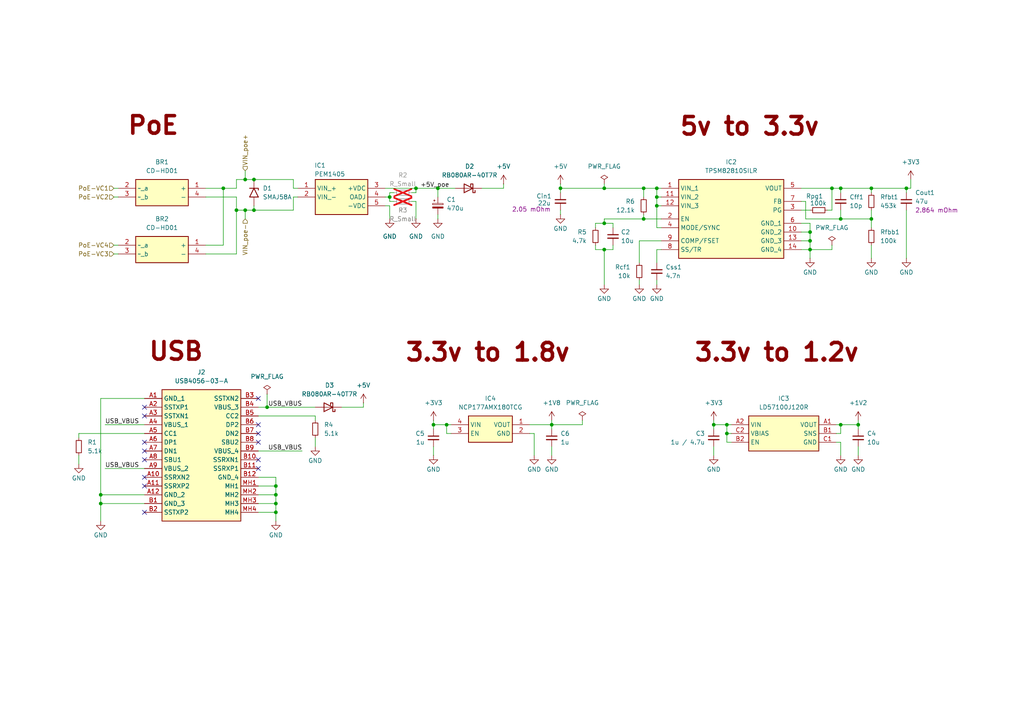
<source format=kicad_sch>
(kicad_sch (version 20231120) (generator "eeschema") (generator_version "8.0")
  (paper "A4")
  (lib_symbols
    (symbol "Device:C_Polarized_Small" (pin_numbers hide) (pin_names (offset 0.254) hide)
      (property "Reference" "C" (at 0.254 1.778 0))
      (property "Value" "C_Polarized_Small" (at 0.254 -2.032 0))
      (symbol "C_Polarized_Small_0_1"
        (rectangle (start -1.524 -0.3048) (end 1.524 -0.6858) (fill (type outline)))
        (rectangle (start -1.524 0.6858) (end 1.524 0.3048))
        (polyline (pts (xy -1.27 1.524) (xy -0.762 1.524)))
        (polyline (pts (xy -1.016 1.27) (xy -1.016 1.778)))
      )
      (symbol "C_Polarized_Small_1_1"
        (pin passive line (at 0 2.54 270) (length 1.8542) (name "~") (number "1"))
        (pin passive line (at 0 -2.54 90) (length 1.8542) (name "~") (number "2"))
      )
    )
    (symbol "Device:C_Small" (pin_numbers hide) (pin_names (offset 0.254) hide)
      (property "Reference" "C" (at 0.254 1.778 0))
      (property "Value" "C_Small" (at 0.254 -2.032 0))
      (symbol "C_Small_0_1"
        (polyline (pts (xy -1.524 -0.508) (xy 1.524 -0.508)) (stroke (width 0.3302)))
        (polyline (pts (xy -1.524 0.508) (xy 1.524 0.508)) (stroke (width 0.3048)))
      )
      (symbol "C_Small_1_1"
        (pin passive line (at 0 2.54 270) (length 2.032) (name "~") (number "1"))
        (pin passive line (at 0 -2.54 90) (length 2.032) (name "~") (number "2"))
      )
    )
    (symbol "Device:D_Schottky" (pin_numbers hide) (pin_names (offset 1.016) hide)
      (property "Reference" "D" (at 0 2.54 0))
      (property "Value" "D_Schottky" (at 0 -2.54 0))
      (symbol "D_Schottky_0_1"
        (polyline (pts (xy 1.27 0) (xy -1.27 0)))
        (polyline (pts (xy 1.27 1.27) (xy 1.27 -1.27) (xy -1.27 0) (xy 1.27 1.27)) (stroke (width 0.254)))
        (polyline (pts (xy -1.905 0.635) (xy -1.905 1.27) (xy -1.27 1.27) (xy -1.27 -1.27) (xy -0.635 -1.27) (xy -0.635 -0.635)) (stroke (width 0.254)))
      )
      (symbol "D_Schottky_1_1"
        (pin passive line (at -3.81 0 0) (length 2.54) (name "K") (number "1"))
        (pin passive line (at 3.81 0 180) (length 2.54) (name "A") (number "2"))
      )
    )
    (symbol "Device:R_Small" (pin_numbers hide) (pin_names (offset 0.254) hide)
      (property "Reference" "R" (at 0.762 0.508 0))
      (property "Value" "R_Small" (at 0.762 -1.016 0))
      (symbol "R_Small_0_1"
        (rectangle (start -0.762 1.778) (end 0.762 -1.778) (stroke (width 0.2032)))
      )
      (symbol "R_Small_1_1"
        (pin passive line (at 0 2.54 270) (length 0.762) (name "~") (number "1"))
        (pin passive line (at 0 -2.54 90) (length 0.762) (name "~") (number "2"))
      )
    )
    (symbol "Diode:SMAJ58A" (pin_numbers hide) (pin_names (offset 1.016) hide)
      (property "Reference" "D" (at 0 2.54 0))
      (property "Value" "SMAJ58A" (at 0 -2.54 0))
      (symbol "SMAJ58A_0_1"
        (polyline (pts (xy -0.762 1.27) (xy -1.27 1.27) (xy -1.27 -1.27)) (stroke (width 0.254)))
        (polyline (pts (xy 1.27 1.27) (xy 1.27 -1.27) (xy -1.27 0) (xy 1.27 1.27)) (stroke (width 0.254)))
      )
      (symbol "SMAJ58A_1_1"
        (pin passive line (at -3.81 0 0) (length 2.54) (name "A1") (number "1"))
        (pin passive line (at 3.81 0 180) (length 2.54) (name "A2") (number "2"))
      )
    )
    (symbol "extras:CD-HD01"
      (property "Reference" "BR" (at 5.08 7.112 0))
      (property "Value" "CD-HD01" (at 5.08 4.572 0))
      (symbol "CD-HD01_1_1"
        (rectangle (start 5.08 2.54) (end 20.32 -5.08) (stroke (width 0.254)) (fill (type background)))
        (pin passive line (at 25.4 -2.54 180) (length 5.08) (name "+") (number "1"))
        (pin passive line (at 0 -2.54 0) (length 5.08) (name "~_a") (number "2"))
        (pin passive line (at 0 0 0) (length 5.08) (name "~_b") (number "3"))
        (pin passive line (at 25.4 0 180) (length 5.08) (name "-") (number "4"))
      )
    )
    (symbol "extras:LD57100J120R"
      (property "Reference" "IC" (at 5.08 7.112 0))
      (property "Value" "LD57100J120R" (at 5.08 4.572 0))
      (symbol "LD57100J120R_1_1"
        (rectangle (start 5.08 2.54) (end 25.4 -7.62) (stroke (width 0.254)) (fill (type background)))
        (pin power_out line (at 30.48 0 180) (length 5.08) (name "VOUT") (number "A1"))
        (pin power_in line (at 0 0 0) (length 5.08) (name "VIN") (number "A2"))
        (pin passive line (at 30.48 -2.54 180) (length 5.08) (name "SNS") (number "B1"))
        (pin passive line (at 0 -5.08 0) (length 5.08) (name "EN") (number "B2"))
        (pin power_in line (at 30.48 -5.08 180) (length 5.08) (name "GND") (number "C1"))
        (pin power_in line (at 0 -2.54 0) (length 5.08) (name "VBIAS") (number "C2"))
      )
    )
    (symbol "extras:NCP177AMX180TCG"
      (property "Reference" "IC" (at 5.08 7.62 0))
      (property "Value" "NCP177AMX180TCG" (at 5.08 5.08 0))
      (symbol "NCP177AMX180TCG_1_1"
        (rectangle (start 5.08 2.54) (end 17.78 -5.08) (stroke (width 0.254)) (fill (type background)))
        (pin passive line (at 22.86 0 180) (length 5.08) (name "VOUT") (number "1"))
        (pin passive line (at 22.86 -2.54 180) (length 5.08) (name "GND") (number "2"))
        (pin passive line (at 0 -2.54 0) (length 5.08) (name "EN") (number "3"))
        (pin passive line (at 0 0 0) (length 5.08) (name "VIN") (number "4"))
        (pin passive line (at 22.86 -2.54 180) (length 5.08) hide (name "GND") (number "5"))
      )
    )
    (symbol "extras:PEM1405"
      (property "Reference" "IC" (at 4.826 7.366 0))
      (property "Value" "PEM1405" (at 4.826 4.826 0))
      (symbol "PEM1405_1_1"
        (rectangle (start 5.08 2.54) (end 20.32 -7.62) (stroke (width 0.254)) (fill (type background)))
        (pin passive line (at 0 0 0) (length 5.08) (name "VIN_+") (number "1"))
        (pin passive line (at 0 -2.54 0) (length 5.08) (name "VIN_-") (number "2"))
        (pin passive line (at 25.4 0 180) (length 5.08) (name "+VDC") (number "3"))
        (pin passive line (at 25.4 -2.54 180) (length 5.08) (name "OADJ") (number "4"))
        (pin passive line (at 25.4 -5.08 180) (length 5.08) (name "-VDC") (number "5"))
      )
    )
    (symbol "extras:TPSM82810SILR"
      (property "Reference" "IC" (at 4.826 7.112 0))
      (property "Value" "TPSM82810SILR" (at 4.826 4.572 0))
      (symbol "TPSM82810SILR_1_1"
        (rectangle (start 5.08 2.54) (end 35.56 -20.32) (stroke (width 0.254)) (fill (type background)))
        (pin power_in line (at 0 0 0) (length 5.08) (name "VIN_1") (number "1"))
        (pin power_in line (at 40.64 -12.7 180) (length 5.08) (name "GND_2") (number "10"))
        (pin power_in line (at 0 -2.54 0) (length 5.08) (name "VIN_2") (number "11"))
        (pin power_in line (at 0 -5.08 0) (length 5.08) (name "VIN_3") (number "12"))
        (pin power_in line (at 40.64 -15.24 180) (length 5.08) (name "GND_3") (number "13"))
        (pin power_in line (at 40.64 -17.78 180) (length 5.08) (name "GND_4") (number "14"))
        (pin input line (at 0 -8.89 0) (length 5.08) (name "EN") (number "2"))
        (pin passive line (at 40.64 -6.35 180) (length 5.08) (name "PG") (number "3"))
        (pin input line (at 0 -11.43 0) (length 5.08) (name "MODE/SYNC") (number "4"))
        (pin power_out line (at 40.64 0 180) (length 5.08) (name "VOUT") (number "5"))
        (pin power_in line (at 40.64 -10.16 180) (length 5.08) (name "GND_1") (number "6"))
        (pin passive line (at 40.64 -3.81 180) (length 5.08) (name "FB") (number "7"))
        (pin passive line (at 0 -17.78 0) (length 5.08) (name "SS/TR") (number "8"))
        (pin passive line (at 0 -15.24 0) (length 5.08) (name "COMP/FSET") (number "9"))
      )
    )
    (symbol "extras:USB4056-03-A"
      (property "Reference" "J" (at 4.826 7.112 0))
      (property "Value" "USB4056-03-A" (at 4.826 4.572 0))
      (symbol "USB4056-03-A_1_1"
        (rectangle (start 5.08 2.54) (end 27.94 -35.56) (stroke (width 0.254)) (fill (type background)))
        (pin power_in line (at 0 0 0) (length 5.08) (name "GND_1") (number "A1"))
        (pin passive line (at 0 -22.86 0) (length 5.08) (name "SSRXN2") (number "A10"))
        (pin passive line (at 0 -25.4 0) (length 5.08) (name "SSRXP2") (number "A11"))
        (pin power_in line (at 0 -27.94 0) (length 5.08) (name "GND_2") (number "A12"))
        (pin passive line (at 0 -2.54 0) (length 5.08) (name "SSTXP1") (number "A2"))
        (pin passive line (at 0 -5.08 0) (length 5.08) (name "SSTXN1") (number "A3"))
        (pin power_in line (at 0 -7.62 0) (length 5.08) (name "VBUS_1") (number "A4"))
        (pin passive line (at 0 -10.16 0) (length 5.08) (name "CC1") (number "A5"))
        (pin passive line (at 0 -12.7 0) (length 5.08) (name "DP1") (number "A6"))
        (pin passive line (at 0 -15.24 0) (length 5.08) (name "DN1") (number "A7"))
        (pin passive line (at 0 -17.78 0) (length 5.08) (name "SBU1") (number "A8"))
        (pin passive line (at 0 -20.32 0) (length 5.08) (name "VBUS_2") (number "A9"))
        (pin power_in line (at 0 -30.48 0) (length 5.08) (name "GND_3") (number "B1"))
        (pin passive line (at 33.02 -17.78 180) (length 5.08) (name "SSRXN1") (number "B10"))
        (pin passive line (at 33.02 -20.32 180) (length 5.08) (name "SSRXP1") (number "B11"))
        (pin power_in line (at 33.02 -22.86 180) (length 5.08) (name "GND_4") (number "B12"))
        (pin passive line (at 0 -33.02 0) (length 5.08) (name "SSTXP2") (number "B2"))
        (pin passive line (at 33.02 0 180) (length 5.08) (name "SSTXN2") (number "B3"))
        (pin power_in line (at 33.02 -2.54 180) (length 5.08) (name "VBUS_3") (number "B4"))
        (pin passive line (at 33.02 -5.08 180) (length 5.08) (name "CC2") (number "B5"))
        (pin passive line (at 33.02 -7.62 180) (length 5.08) (name "DP2") (number "B6"))
        (pin passive line (at 33.02 -10.16 180) (length 5.08) (name "DN2") (number "B7"))
        (pin passive line (at 33.02 -12.7 180) (length 5.08) (name "SBU2") (number "B8"))
        (pin power_in line (at 33.02 -15.24 180) (length 5.08) (name "VBUS_4") (number "B9"))
        (pin passive line (at 33.02 -25.4 180) (length 5.08) (name "MH1") (number "MH1"))
        (pin passive line (at 33.02 -27.94 180) (length 5.08) (name "MH2") (number "MH2"))
        (pin passive line (at 33.02 -30.48 180) (length 5.08) (name "MH3") (number "MH3"))
        (pin passive line (at 33.02 -33.02 180) (length 5.08) (name "MH4") (number "MH4"))
      )
    )
    (symbol "power:+1V2" (power) (pin_numbers hide) (pin_names (offset 0) hide)
      (property "Value" "+1V2" (at 0 3.556 0))
      (symbol "+1V2_0_1"
        (polyline (pts (xy -0.762 1.27) (xy 0 2.54)))
        (polyline (pts (xy 0 0) (xy 0 2.54)))
        (polyline (pts (xy 0 2.54) (xy 0.762 1.27)))
      )
      (symbol "+1V2_1_1"
        (pin power_in line (at 0 0 90) (length 0) (name "~") (number "1"))
      )
    )
    (symbol "power:+1V8" (power) (pin_numbers hide) (pin_names (offset 0) hide)
      (property "Value" "+1V8" (at 0 3.556 0))
      (symbol "+1V8_0_1"
        (polyline (pts (xy -0.762 1.27) (xy 0 2.54)))
        (polyline (pts (xy 0 0) (xy 0 2.54)))
        (polyline (pts (xy 0 2.54) (xy 0.762 1.27)))
      )
      (symbol "+1V8_1_1"
        (pin power_in line (at 0 0 90) (length 0) (name "~") (number "1"))
      )
    )
    (symbol "power:+3.3V" (power) (pin_numbers hide) (pin_names (offset 0) hide)
      (property "Value" "+3.3V" (at 0 3.556 0))
      (symbol "+3.3V_0_1"
        (polyline (pts (xy -0.762 1.27) (xy 0 2.54)))
        (polyline (pts (xy 0 0) (xy 0 2.54)))
        (polyline (pts (xy 0 2.54) (xy 0.762 1.27)))
      )
      (symbol "+3.3V_1_1"
        (pin power_in line (at 0 0 90) (length 0) (name "~") (number "1"))
      )
    )
    (symbol "power:+3V3" (power) (pin_numbers hide) (pin_names (offset 0) hide)
      (property "Value" "+3V3" (at 0 3.556 0))
      (symbol "+3V3_0_1"
        (polyline (pts (xy -0.762 1.27) (xy 0 2.54)))
        (polyline (pts (xy 0 0) (xy 0 2.54)))
        (polyline (pts (xy 0 2.54) (xy 0.762 1.27)))
      )
      (symbol "+3V3_1_1"
        (pin power_in line (at 0 0 90) (length 0) (name "~") (number "1"))
      )
    )
    (symbol "power:+5V" (power) (pin_numbers hide) (pin_names (offset 0) hide)
      (property "Value" "+5V" (at 0 3.556 0))
      (symbol "+5V_0_1"
        (polyline (pts (xy -0.762 1.27) (xy 0 2.54)))
        (polyline (pts (xy 0 0) (xy 0 2.54)))
        (polyline (pts (xy 0 2.54) (xy 0.762 1.27)))
      )
      (symbol "+5V_1_1"
        (pin power_in line (at 0 0 90) (length 0) (name "~") (number "1"))
      )
    )
    (symbol "power:GND" (power) (pin_numbers hide) (pin_names (offset 0) hide)
      (property "Value" "GND" (at 0 -3.81 0))
      (symbol "GND_0_1"
        (polyline (pts (xy 0 0) (xy 0 -1.27) (xy 1.27 -1.27) (xy 0 -2.54) (xy -1.27 -1.27) (xy 0 -1.27)))
      )
      (symbol "GND_1_1"
        (pin power_in line (at 0 0 270) (length 0) (name "~") (number "1"))
      )
    )
    (symbol "power:PWR_FLAG" (power) (pin_numbers hide) (pin_names (offset 0) hide)
      (property "Value" "PWR_FLAG" (at 0 3.81 0))
      (symbol "PWR_FLAG_0_0"
        (pin power_out line (at 0 0 90) (length 0) (name "~") (number "1"))
      )
      (symbol "PWR_FLAG_0_1"
        (polyline (pts (xy 0 0) (xy 0 1.27) (xy -1.016 1.905) (xy 0 2.54) (xy 1.016 1.905) (xy 0 1.27)))
      )
    )
  )
  (junction (at 129.54 123.19))
  (junction (at 113.03 57.15))
  (junction (at 80.01 143.51))
  (junction (at 241.3 54.61))
  (junction (at 160.02 123.19))
  (junction (at 71.12 60.96))
  (junction (at 120.65 54.61))
  (junction (at 190.5 59.69))
  (junction (at 243.84 63.5))
  (junction (at 127 54.61))
  (junction (at 175.26 72.39))
  (junction (at 175.26 54.61))
  (junction (at 262.89 54.61))
  (junction (at 73.66 60.96))
  (junction (at 80.01 146.05))
  (junction (at 234.95 69.85))
  (junction (at 207.01 123.19))
  (junction (at 252.73 54.61))
  (junction (at 80.01 148.59))
  (junction (at 210.82 123.19))
  (junction (at 80.01 140.97))
  (junction (at 29.21 146.05))
  (junction (at 162.56 54.61))
  (junction (at 210.82 125.73))
  (junction (at 186.69 54.61))
  (junction (at 29.21 143.51))
  (junction (at 125.73 123.19))
  (junction (at 234.95 67.31))
  (junction (at 71.12 52.07))
  (junction (at 190.5 54.61))
  (junction (at 175.26 64.77))
  (junction (at 190.5 57.15))
  (junction (at 68.58 60.96))
  (junction (at 73.66 52.07))
  (junction (at 234.95 72.39))
  (junction (at 186.69 63.5))
  (junction (at 243.84 123.19))
  (junction (at 77.47 118.11))
  (junction (at 248.92 123.19))
  (junction (at 243.84 54.61))
  (junction (at 64.77 54.61))
  (junction (at 252.73 63.5))
  (no_connect (at 74.93 135.89))
  (no_connect (at 74.93 123.19))
  (no_connect (at 41.91 138.43))
  (no_connect (at 74.93 125.73))
  (no_connect (at 41.91 133.35))
  (no_connect (at 41.91 148.59))
  (no_connect (at 74.93 133.35))
  (no_connect (at 74.93 128.27))
  (no_connect (at 41.91 128.27))
  (no_connect (at 41.91 130.81))
  (no_connect (at 41.91 118.11))
  (no_connect (at 41.91 140.97))
  (no_connect (at 41.91 120.65))
  (no_connect (at 74.93 115.57))
  (wire (pts (xy 119.38 55.88) (xy 120.65 55.88)))
  (wire (pts (xy 59.69 57.15) (xy 68.58 57.15)))
  (wire (pts (xy 85.09 60.96) (xy 73.66 60.96)))
  (wire (pts (xy 243.84 125.73) (xy 243.84 123.19)))
  (wire (pts (xy 105.41 116.84) (xy 105.41 118.11)))
  (wire (pts (xy 232.41 60.96) (xy 234.95 60.96)))
  (wire (pts (xy 175.26 64.77) (xy 177.8 64.77)))
  (wire (pts (xy 22.86 125.73) (xy 22.86 127)))
  (wire (pts (xy 177.8 71.12) (xy 177.8 72.39)))
  (wire (pts (xy 74.93 148.59) (xy 80.01 148.59)))
  (wire (pts (xy 87.63 130.81) (xy 74.93 130.81)))
  (wire (pts (xy 74.93 143.51) (xy 80.01 143.51)))
  (wire (pts (xy 129.54 125.73) (xy 129.54 123.19)))
  (wire (pts (xy 33.02 73.66) (xy 34.29 73.66)))
  (wire (pts (xy 125.73 121.92) (xy 125.73 123.19)))
  (wire (pts (xy 30.48 135.89) (xy 41.91 135.89)))
  (wire (pts (xy 33.02 57.15) (xy 34.29 57.15)))
  (wire (pts (xy 175.26 54.61) (xy 186.69 54.61)))
  (wire (pts (xy 160.02 123.19) (xy 168.91 123.19)))
  (wire (pts (xy 129.54 123.19) (xy 130.81 123.19)))
  (wire (pts (xy 68.58 57.15) (xy 68.58 60.96)))
  (wire (pts (xy 68.58 60.96) (xy 71.12 60.96)))
  (wire (pts (xy 252.73 60.96) (xy 252.73 63.5)))
  (wire (pts (xy 252.73 54.61) (xy 252.73 55.88)))
  (wire (pts (xy 175.26 64.77) (xy 175.26 63.5)))
  (wire (pts (xy 160.02 121.92) (xy 160.02 123.19)))
  (wire (pts (xy 111.76 59.69) (xy 113.03 59.69)))
  (wire (pts (xy 252.73 71.12) (xy 252.73 74.93)))
  (wire (pts (xy 242.57 123.19) (xy 243.84 123.19)))
  (wire (pts (xy 191.77 59.69) (xy 190.5 59.69)))
  (wire (pts (xy 191.77 66.04) (xy 190.5 66.04)))
  (wire (pts (xy 120.65 58.42) (xy 120.65 63.5)))
  (wire (pts (xy 86.36 57.15) (xy 85.09 57.15)))
  (wire (pts (xy 207.01 121.92) (xy 207.01 123.19)))
  (wire (pts (xy 190.5 54.61) (xy 191.77 54.61)))
  (wire (pts (xy 212.09 128.27) (xy 210.82 128.27)))
  (wire (pts (xy 241.3 71.12) (xy 241.3 72.39)))
  (wire (pts (xy 99.06 118.11) (xy 105.41 118.11)))
  (wire (pts (xy 80.01 143.51) (xy 80.01 140.97)))
  (wire (pts (xy 232.41 67.31) (xy 234.95 67.31)))
  (wire (pts (xy 64.77 54.61) (xy 64.77 71.12)))
  (wire (pts (xy 113.03 55.88) (xy 114.3 55.88)))
  (wire (pts (xy 190.5 57.15) (xy 190.5 59.69)))
  (wire (pts (xy 129.54 125.73) (xy 130.81 125.73)))
  (wire (pts (xy 113.03 57.15) (xy 113.03 55.88)))
  (wire (pts (xy 80.01 138.43) (xy 74.93 138.43)))
  (wire (pts (xy 172.72 71.12) (xy 172.72 72.39)))
  (wire (pts (xy 73.66 52.07) (xy 85.09 52.07)))
  (wire (pts (xy 29.21 115.57) (xy 29.21 143.51)))
  (wire (pts (xy 185.42 81.28) (xy 185.42 82.55)))
  (wire (pts (xy 114.3 58.42) (xy 113.03 58.42)))
  (wire (pts (xy 248.92 121.92) (xy 248.92 123.19)))
  (wire (pts (xy 168.91 121.92) (xy 168.91 123.19)))
  (wire (pts (xy 125.73 123.19) (xy 125.73 124.46)))
  (wire (pts (xy 190.5 54.61) (xy 190.5 57.15)))
  (wire (pts (xy 241.3 54.61) (xy 232.41 54.61)))
  (wire (pts (xy 85.09 57.15) (xy 85.09 60.96)))
  (wire (pts (xy 41.91 115.57) (xy 29.21 115.57)))
  (wire (pts (xy 210.82 123.19) (xy 212.09 123.19)))
  (wire (pts (xy 146.05 53.34) (xy 146.05 54.61)))
  (wire (pts (xy 172.72 64.77) (xy 172.72 66.04)))
  (wire (pts (xy 243.84 123.19) (xy 248.92 123.19)))
  (wire (pts (xy 77.47 118.11) (xy 91.44 118.11)))
  (wire (pts (xy 120.65 54.61) (xy 120.65 55.88)))
  (wire (pts (xy 242.57 125.73) (xy 243.84 125.73)))
  (wire (pts (xy 41.91 143.51) (xy 29.21 143.51)))
  (wire (pts (xy 22.86 132.08) (xy 22.86 134.62)))
  (wire (pts (xy 243.84 60.96) (xy 243.84 63.5)))
  (wire (pts (xy 234.95 69.85) (xy 234.95 72.39)))
  (wire (pts (xy 59.69 71.12) (xy 64.77 71.12)))
  (wire (pts (xy 252.73 54.61) (xy 262.89 54.61)))
  (wire (pts (xy 73.66 59.69) (xy 73.66 60.96)))
  (wire (pts (xy 154.94 125.73) (xy 154.94 132.08)))
  (wire (pts (xy 175.26 63.5) (xy 186.69 63.5)))
  (wire (pts (xy 59.69 54.61) (xy 64.77 54.61)))
  (wire (pts (xy 234.95 72.39) (xy 234.95 74.93)))
  (wire (pts (xy 207.01 123.19) (xy 207.01 124.46)))
  (wire (pts (xy 160.02 124.46) (xy 160.02 123.19)))
  (wire (pts (xy 162.56 54.61) (xy 175.26 54.61)))
  (wire (pts (xy 252.73 63.5) (xy 252.73 66.04)))
  (wire (pts (xy 41.91 146.05) (xy 29.21 146.05)))
  (wire (pts (xy 241.3 72.39) (xy 234.95 72.39)))
  (wire (pts (xy 191.77 72.39) (xy 190.5 72.39)))
  (wire (pts (xy 190.5 59.69) (xy 190.5 66.04)))
  (wire (pts (xy 210.82 123.19) (xy 207.01 123.19)))
  (wire (pts (xy 85.09 54.61) (xy 86.36 54.61)))
  (wire (pts (xy 91.44 121.92) (xy 91.44 120.65)))
  (wire (pts (xy 71.12 60.96) (xy 71.12 63.5)))
  (wire (pts (xy 210.82 128.27) (xy 210.82 125.73)))
  (wire (pts (xy 33.02 71.12) (xy 34.29 71.12)))
  (wire (pts (xy 243.84 63.5) (xy 252.73 63.5)))
  (wire (pts (xy 71.12 60.96) (xy 73.66 60.96)))
  (wire (pts (xy 41.91 125.73) (xy 22.86 125.73)))
  (wire (pts (xy 80.01 146.05) (xy 80.01 143.51)))
  (wire (pts (xy 77.47 114.3) (xy 77.47 118.11)))
  (wire (pts (xy 29.21 146.05) (xy 29.21 151.13)))
  (wire (pts (xy 85.09 52.07) (xy 85.09 54.61)))
  (wire (pts (xy 190.5 54.61) (xy 186.69 54.61)))
  (wire (pts (xy 186.69 54.61) (xy 186.69 57.15)))
  (wire (pts (xy 80.01 151.13) (xy 80.01 148.59)))
  (wire (pts (xy 232.41 72.39) (xy 234.95 72.39)))
  (wire (pts (xy 207.01 129.54) (xy 207.01 132.08)))
  (wire (pts (xy 248.92 124.46) (xy 248.92 123.19)))
  (wire (pts (xy 162.56 53.34) (xy 162.56 54.61)))
  (wire (pts (xy 129.54 123.19) (xy 125.73 123.19)))
  (wire (pts (xy 210.82 125.73) (xy 210.82 123.19)))
  (wire (pts (xy 190.5 57.15) (xy 191.77 57.15)))
  (wire (pts (xy 153.67 123.19) (xy 160.02 123.19)))
  (wire (pts (xy 232.41 58.42) (xy 233.68 58.42)))
  (wire (pts (xy 264.16 52.07) (xy 264.16 54.61)))
  (wire (pts (xy 262.89 60.96) (xy 262.89 74.93)))
  (wire (pts (xy 74.93 140.97) (xy 80.01 140.97)))
  (wire (pts (xy 160.02 129.54) (xy 160.02 132.08)))
  (wire (pts (xy 162.56 60.96) (xy 162.56 62.23)))
  (wire (pts (xy 175.26 72.39) (xy 175.26 82.55)))
  (wire (pts (xy 139.7 54.61) (xy 146.05 54.61)))
  (wire (pts (xy 233.68 63.5) (xy 243.84 63.5)))
  (wire (pts (xy 127 62.23) (xy 127 63.5)))
  (wire (pts (xy 210.82 125.73) (xy 212.09 125.73)))
  (wire (pts (xy 175.26 53.34) (xy 175.26 54.61)))
  (wire (pts (xy 71.12 52.07) (xy 73.66 52.07)))
  (wire (pts (xy 175.26 72.39) (xy 172.72 72.39)))
  (wire (pts (xy 33.02 54.61) (xy 34.29 54.61)))
  (wire (pts (xy 29.21 143.51) (xy 29.21 146.05)))
  (wire (pts (xy 162.56 54.61) (xy 162.56 55.88)))
  (wire (pts (xy 59.69 73.66) (xy 68.58 73.66)))
  (wire (pts (xy 74.93 146.05) (xy 80.01 146.05)))
  (wire (pts (xy 119.38 58.42) (xy 120.65 58.42)))
  (wire (pts (xy 120.65 54.61) (xy 127 54.61)))
  (wire (pts (xy 30.48 123.19) (xy 41.91 123.19)))
  (wire (pts (xy 74.93 118.11) (xy 77.47 118.11)))
  (wire (pts (xy 91.44 127) (xy 91.44 129.54)))
  (wire (pts (xy 232.41 64.77) (xy 234.95 64.77)))
  (wire (pts (xy 240.03 60.96) (xy 241.3 60.96)))
  (wire (pts (xy 177.8 66.04) (xy 177.8 64.77)))
  (wire (pts (xy 74.93 120.65) (xy 91.44 120.65)))
  (wire (pts (xy 113.03 57.15) (xy 113.03 58.42)))
  (wire (pts (xy 241.3 54.61) (xy 243.84 54.61)))
  (wire (pts (xy 243.84 55.88) (xy 243.84 54.61)))
  (wire (pts (xy 243.84 128.27) (xy 242.57 128.27)))
  (wire (pts (xy 186.69 63.5) (xy 191.77 63.5)))
  (wire (pts (xy 111.76 54.61) (xy 120.65 54.61)))
  (wire (pts (xy 241.3 60.96) (xy 241.3 54.61)))
  (wire (pts (xy 71.12 49.53) (xy 71.12 52.07)))
  (wire (pts (xy 80.01 148.59) (xy 80.01 146.05)))
  (wire (pts (xy 185.42 69.85) (xy 185.42 76.2)))
  (wire (pts (xy 127 54.61) (xy 132.08 54.61)))
  (wire (pts (xy 68.58 73.66) (xy 68.58 60.96)))
  (wire (pts (xy 243.84 54.61) (xy 252.73 54.61)))
  (wire (pts (xy 248.92 129.54) (xy 248.92 132.08)))
  (wire (pts (xy 113.03 59.69) (xy 113.03 63.5)))
  (wire (pts (xy 125.73 129.54) (xy 125.73 132.08)))
  (wire (pts (xy 234.95 67.31) (xy 234.95 69.85)))
  (wire (pts (xy 232.41 69.85) (xy 234.95 69.85)))
  (wire (pts (xy 190.5 72.39) (xy 190.5 76.2)))
  (wire (pts (xy 191.77 69.85) (xy 185.42 69.85)))
  (wire (pts (xy 111.76 57.15) (xy 113.03 57.15)))
  (wire (pts (xy 186.69 63.5) (xy 186.69 62.23)))
  (wire (pts (xy 172.72 64.77) (xy 175.26 64.77)))
  (wire (pts (xy 68.58 54.61) (xy 68.58 52.07)))
  (wire (pts (xy 262.89 54.61) (xy 262.89 55.88)))
  (wire (pts (xy 234.95 64.77) (xy 234.95 67.31)))
  (wire (pts (xy 177.8 72.39) (xy 175.26 72.39)))
  (wire (pts (xy 68.58 52.07) (xy 71.12 52.07)))
  (wire (pts (xy 127 54.61) (xy 127 57.15)))
  (wire (pts (xy 243.84 132.08) (xy 243.84 128.27)))
  (wire (pts (xy 262.89 54.61) (xy 264.16 54.61)))
  (wire (pts (xy 233.68 58.42) (xy 233.68 63.5)))
  (wire (pts (xy 64.77 54.61) (xy 68.58 54.61)))
  (wire (pts (xy 80.01 140.97) (xy 80.01 138.43)))
  (wire (pts (xy 154.94 125.73) (xy 153.67 125.73)))
  (wire (pts (xy 190.5 81.28) (xy 190.5 82.55)))
  (text "USB" (at 51.054 102.108 0) (effects (font (size 5.08 5.08) (bold yes))))
  (text "3.3v to 1.8v" (at 141.478 102.362 0) (effects (font (size 5.08 5.08) (bold yes))))
  (text "3.3v to 1.2v" (at 225.298 102.362 0) (effects (font (size 5.08 5.08) (bold yes))))
  (text "5v to 3.3v" (at 217.424 36.83 0) (effects (font (size 5.08 5.08) (bold yes))))
  (text "PoE" (at 44.45 36.576 0) (effects (font (size 5.08 5.08) (bold yes))))
  (label "USB_VBUS" (at 30.48 135.89 0))
  (label "USB_VBUS" (at 30.48 123.19 0))
  (label "+5V_poe" (at 121.92 54.61 0))
  (label "USB_VBUS" (at 87.63 118.11 180))
  (label "USB_VBUS" (at 87.63 130.81 180))
  (hierarchical_label "PoE-VC3" (shape input) (at 33.02 73.66 180))
  (hierarchical_label "PoE-VC4" (shape input) (at 33.02 71.12 180))
  (hierarchical_label "PoE-VC2" (shape input) (at 33.02 57.15 180))
  (hierarchical_label "VIN_poe+" (shape input) (at 71.12 49.53 90))
  (hierarchical_label "VIN_poe-" (shape input) (at 71.12 63.5 270))
  (hierarchical_label "PoE-VC1" (shape input) (at 33.02 54.61 180))
  (symbol (lib_id "power:+5V") (at 146.05 53.34 0) (unit 1)
    (property "Reference" "#PWR06" (effects (hide yes)))
    (property "Value" "+5V" (at 146.05 48.26 0))
    (property "Description" "Power symbol creates a global label with name \"+5V\"" (effects (hide yes)))
  )
  (symbol (lib_id "power:+3.3V") (at 264.16 52.07 0) (unit 1)
    (property "Reference" "#PWR028" (effects (hide yes)))
    (property "Value" "+3V3" (at 264.16 46.99 0))
    (property "Description" "Power symbol creates a global label with name \"+3.3V\"" (effects (hide yes)))
  )
  (symbol (lib_id "extras:USB4056-03-A") (at 41.91 115.57 0) (unit 1)
    (property "Reference" "J2" (at 58.42 107.95 0))
    (property "Value" "USB4056-03-A" (at 58.42 110.49 0))
    (property "Footprint" "extras:USB405603A" (effects (hide yes)))
    (property "Datasheet" "https://www.mouser.jp/datasheet/2/837/usb4056-2448808.pdf" (effects (hide yes)))
    (property "Description" "USB Connectors USB C 3.2 Rec, Horz, Hybrid PCB Top Mount, T+R" (effects (hide yes)))
    (property "Height" "3.56" (effects (hide yes)))
    (property "Mouser Part Number" "640-USB4056-03-A" (effects (hide yes)))
    (property "Mouser Price/Stock" "https://www.mouser.co.uk/ProductDetail/GCT/USB4056-03-A?qs=QNEnbhJQKvbZ7hZzgFEugA%3D%3D" (effects (hide yes)))
    (property "Manufacturer_Name" "GCT (GLOBAL CONNECTOR TECHNOLOGY)" (effects (hide yes)))
    (property "Manufacturer_Part_Number" "USB4056-03-A" (effects (hide yes)))
  )
  (symbol (lib_id "power:GND") (at 252.73 74.93 0) (unit 1)
    (property "Reference" "#PWR022" (effects (hide yes)))
    (property "Value" "GND" (at 252.73 78.994 0))
    (property "Description" "Power symbol creates a global label with name \"GND\" , ground" (effects (hide yes)))
  )
  (symbol (lib_id "power:+3.3V") (at 207.01 121.92 0) (unit 1)
    (property "Reference" "#PWR016" (effects (hide yes)))
    (property "Value" "+3V3" (at 207.01 116.84 0))
    (property "Description" "Power symbol creates a global label with name \"+3.3V\"" (effects (hide yes)))
  )
  (symbol (lib_id "power:GND") (at 162.56 62.23 0) (unit 1)
    (property "Reference" "#PWR010" (effects (hide yes)))
    (property "Value" "GND" (at 162.56 66.294 0))
    (property "Description" "Power symbol creates a global label with name \"GND\" , ground" (effects (hide yes)))
  )
  (symbol (lib_id "extras:NCP177AMX180TCG") (at 130.81 123.19 0) (unit 1)
    (property "Reference" "IC4" (at 142.24 115.57 0))
    (property "Value" "NCP177AMX180TCG" (at 142.24 118.11 0))
    (property "Footprint" "Package_DFN_QFN:OnSemi_XDFN4-1EP_1.0x1.0mm_EP0.52x0.52mm" (effects (hide yes)))
    (property "Datasheet" "https://www.mouser.de/datasheet/2/308/1/NCP177_D-2317112.pdf" (effects (hide yes)))
    (property "Description" "LDO Spannungs-Regulator LDO Regulator, 500 mA, Ultra-Low Dropout, with Bias Rail 1.8V Output Active Discharge" (effects (hide yes)))
    (property "Height" "0.33" (effects (hide yes)))
    (property "Mouser Part Number" " 863-NCP177AMX180TCG " (effects (hide yes)))
    (property "Mouser Price/Stock" "https://www.mouser.co.uk/ProductDetail/Microchip-Technology-Micrel/MIC94355-GYMT-TR/?qs=Y3Q3JoKAO1REmjAshpq6ZQ%3D%3D" (effects (hide yes)))
    (property "Manufacturer_Name" "onsemi" (effects (hide yes)))
    (property "Manufacturer_Part_Number" "NCP177AMX180TCG" (effects (hide yes)))
  )
  (symbol (lib_id "power:GND") (at 248.92 132.08 0) (unit 1)
    (property "Reference" "#PWR021" (effects (hide yes)))
    (property "Value" "GND" (at 248.92 136.144 0))
    (property "Description" "Power symbol creates a global label with name \"GND\" , ground" (effects (hide yes)))
  )
  (symbol (lib_id "Device:C_Small") (at 262.89 58.42 0) (unit 1)
    (property "Reference" "Cout1" (at 265.43 55.8862 0) (effects (justify left)))
    (property "Value" "47u" (at 265.43 58.4262 0) (effects (justify left)))
    (property "Footprint" "Capacitor_SMD:C_1206_3216Metric_Pad1.33x1.80mm_HandSolder" (effects (hide yes)))
    (property "Description" "Unpolarized capacitor, small symbol" (effects (hide yes)))
    (property "ESR" "2.864 mOhm" (at 265.43 60.9662 0) (effects (justify left)))
    (property "Mouser Part Number" " 81-GRM32ER71A476KE5L" (effects (hide yes)))
  )
  (symbol (lib_id "power:GND") (at 190.5 82.55 0) (unit 1)
    (property "Reference" "#PWR014" (effects (hide yes)))
    (property "Value" "GND" (at 190.5 86.614 0))
    (property "Description" "Power symbol creates a global label with name \"GND\" , ground" (effects (hide yes)))
  )
  (symbol (lib_id "Device:R_Small") (at 91.44 124.46 0) (mirror y) (unit 1)
    (property "Reference" "R4" (at 93.98 123.1899 0) (effects (justify right)))
    (property "Value" "5.1k" (at 93.98 125.7299 0) (effects (justify right)))
    (property "Footprint" "Resistor_SMD:R_0402_1005Metric_Pad0.72x0.64mm_HandSolder" (effects (hide yes)))
    (property "Description" "Resistor, small symbol" (effects (hide yes)))
  )
  (symbol (lib_id "Device:R_Small") (at 185.42 78.74 0) (unit 1)
    (property "Reference" "Rcf1" (at 182.88 77.4699 0) (effects (justify right)))
    (property "Value" "10k" (at 182.88 80.0099 0) (effects (justify right)))
    (property "Footprint" "Resistor_SMD:R_0402_1005Metric_Pad0.72x0.64mm_HandSolder" (effects (hide yes)))
    (property "Description" "Resistor, small symbol" (effects (hide yes)))
    (property "Mouser Part Number" "71-CRCW0402-10K-E3" (effects (hide yes)))
  )
  (symbol (lib_id "Device:R_Small") (at 237.49 60.96 90) (mirror x) (unit 1)
    (property "Reference" "Rpg1" (at 238.76 56.896 90) (effects (justify left)))
    (property "Value" "100k" (at 239.776 58.928 90) (effects (justify left)))
    (property "Footprint" "Resistor_SMD:R_0402_1005Metric_Pad0.72x0.64mm_HandSolder" (effects (hide yes)))
    (property "Description" "Resistor, small symbol" (effects (hide yes)))
    (property "Mouser Part Number" "71-CRCW0402-100K-E3" (effects (hide yes)))
  )
  (symbol (lib_id "power:GND") (at 175.26 82.55 0) (unit 1)
    (property "Reference" "#PWR011" (effects (hide yes)))
    (property "Value" "GND" (at 175.26 86.614 0))
    (property "Description" "Power symbol creates a global label with name \"GND\" , ground" (effects (hide yes)))
  )
  (symbol (lib_id "Device:R_Small") (at 22.86 129.54 0) (mirror y) (unit 1)
    (property "Reference" "R1" (at 25.4 128.2699 0) (effects (justify right)))
    (property "Value" "5.1k" (at 25.4 130.8099 0) (effects (justify right)))
    (property "Footprint" "Resistor_SMD:R_0402_1005Metric_Pad0.72x0.64mm_HandSolder" (effects (hide yes)))
    (property "Description" "Resistor, small symbol" (effects (hide yes)))
  )
  (symbol (lib_id "power:GND") (at 160.02 132.08 0) (unit 1)
    (property "Reference" "#PWR033" (effects (hide yes)))
    (property "Value" "GND" (at 160.02 136.144 0))
    (property "Description" "Power symbol creates a global label with name \"GND\" , ground" (effects (hide yes)))
  )
  (symbol (lib_id "Device:C_Small") (at 207.01 127 0) (mirror y) (unit 1)
    (property "Reference" "C3" (at 204.47 125.7362 0) (effects (justify left)))
    (property "Value" "1u / 4.7u" (at 204.47 128.2762 0) (effects (justify left)))
    (property "Footprint" "Capacitor_SMD:C_0402_1005Metric_Pad0.74x0.62mm_HandSolder" (effects (hide yes)))
    (property "Description" "Unpolarized capacitor, small symbol" (effects (hide yes)))
  )
  (symbol (lib_id "Device:R_Small") (at 252.73 58.42 0) (mirror y) (unit 1)
    (property "Reference" "Rfbt1" (at 255.27 57.1499 0) (effects (justify right)))
    (property "Value" "453k" (at 255.27 59.6899 0) (effects (justify right)))
    (property "Footprint" "Resistor_SMD:R_0402_1005Metric_Pad0.72x0.64mm_HandSolder" (effects (hide yes)))
    (property "Description" "Resistor, small symbol" (effects (hide yes)))
    (property "Mouser Part Number" "71-CRCW0402-453K-E3" (effects (hide yes)))
  )
  (symbol (lib_id "power:GND") (at 29.21 151.13 0) (unit 1)
    (property "Reference" "#PWR02" (effects (hide yes)))
    (property "Value" "GND" (at 29.21 155.194 0))
    (property "Description" "Power symbol creates a global label with name \"GND\" , ground" (effects (hide yes)))
  )
  (symbol (lib_id "power:+1V2") (at 248.92 121.92 0) (unit 1)
    (property "Reference" "#PWR020" (effects (hide yes)))
    (property "Value" "+1V2" (at 248.92 116.84 0))
    (property "Description" "Power symbol creates a global label with name \"+1V2\"" (effects (hide yes)))
  )
  (symbol (lib_id "power:GND") (at 125.73 132.08 0) (unit 1)
    (property "Reference" "#PWR030" (effects (hide yes)))
    (property "Value" "GND" (at 125.73 136.144 0))
    (property "Description" "Power symbol creates a global label with name \"GND\" , ground" (effects (hide yes)))
  )
  (symbol (lib_id "power:GND") (at 154.94 132.08 0) (unit 1)
    (property "Reference" "#PWR031" (effects (hide yes)))
    (property "Value" "GND" (at 154.94 136.144 0))
    (property "Description" "Power symbol creates a global label with name \"GND\" , ground" (effects (hide yes)))
  )
  (symbol (lib_id "power:PWR_FLAG") (at 175.26 53.34 0) (unit 1)
    (property "Reference" "#FLG02" (effects (hide yes)))
    (property "Value" "PWR_FLAG" (at 175.26 48.26 0))
    (property "Description" "Special symbol for telling ERC where power comes from" (effects (hide yes)))
  )
  (symbol (lib_id "Device:R_Small") (at 116.84 58.42 90) (unit 1) (dnp yes)
    (property "Reference" "R3" (at 116.84 60.96 90))
    (property "Value" "R_Small" (at 116.84 63.5 90))
    (property "Footprint" "Resistor_SMD:R_0402_1005Metric_Pad0.72x0.64mm_HandSolder" (effects (hide yes)))
    (property "Description" "Resistor, small symbol" (effects (hide yes)))
  )
  (symbol (lib_id "power:GND") (at 234.95 74.93 0) (unit 1)
    (property "Reference" "#PWR018" (effects (hide yes)))
    (property "Value" "GND" (at 234.95 78.994 0))
    (property "Description" "Power symbol creates a global label with name \"GND\" , ground" (effects (hide yes)))
  )
  (symbol (lib_id "extras:PEM1405") (at 86.36 54.61 0) (unit 1)
    (property "Reference" "IC1" (at 91.186 47.244 0) (effects (justify left top)))
    (property "Value" "PEM1405" (at 91.186 49.784 0) (effects (justify left top)))
    (property "Footprint" "extras:PEM1405" (effects (hide yes)))
    (property "Datasheet" "http://www.poweredethernet.com/download/PEM1400_Rev16D_R1-2.pdf" (effects (hide yes)))
    (property "Description" "INFOMART IT SOLUTIONS - PEM1405 - POE PD MODULE, 5V, 12.95W" (effects (hide yes)))
    (property "Manufacturer_Name" "INFOMART IT SOLUTIONS" (effects (hide yes)))
    (property "Manufacturer_Part_Number" "PEM1405" (effects (hide yes)))
  )
  (symbol (lib_id "power:GND") (at 262.89 74.93 0) (unit 1)
    (property "Reference" "#PWR023" (effects (hide yes)))
    (property "Value" "GND" (at 262.89 78.994 0))
    (property "Description" "Power symbol creates a global label with name \"GND\" , ground" (effects (hide yes)))
  )
  (symbol (lib_id "Device:C_Small") (at 243.84 58.42 0) (unit 1)
    (property "Reference" "Cff1" (at 246.38 57.1562 0) (effects (justify left)))
    (property "Value" "10p" (at 246.38 59.6962 0) (effects (justify left)))
    (property "Footprint" "Capacitor_SMD:C_0603_1608Metric_Pad1.08x0.95mm_HandSolder" (effects (hide yes)))
    (property "Description" "Unpolarized capacitor, small symbol" (effects (hide yes)))
    (property "Mouser Part Number" " 581-06035A100J" (effects (hide yes)))
  )
  (symbol (lib_id "Device:R_Small") (at 186.69 59.69 0) (unit 1)
    (property "Reference" "R6" (at 184.15 58.4199 0) (effects (justify right)))
    (property "Value" "12.1k" (at 184.15 60.9599 0) (effects (justify right)))
    (property "Footprint" "Resistor_SMD:R_0402_1005Metric_Pad0.72x0.64mm_HandSolder" (effects (hide yes)))
    (property "Description" "Resistor, small symbol" (effects (hide yes)))
    (property "Mouser Part Number" "71-CRCW0402-10K-E3" (effects (hide yes)))
  )
  (symbol (lib_id "power:+5V") (at 105.41 116.84 0) (unit 1)
    (property "Reference" "#PWR012" (effects (hide yes)))
    (property "Value" "+5V" (at 105.41 111.76 0))
    (property "Description" "Power symbol creates a global label with name \"+5V\"" (effects (hide yes)))
  )
  (symbol (lib_id "extras:LD57100J120R") (at 212.09 123.19 0) (unit 1)
    (property "Reference" "IC3" (at 227.33 115.57 0))
    (property "Value" "LD57100J120R" (at 227.33 118.11 0))
    (property "Footprint" "extras:BGA6C40P2X3_78X118X36" (effects (hide yes)))
    (property "Datasheet" "https://www.st.com/resource/en/datasheet/ld57100.pdf" (effects (hide yes)))
    (property "Description" "Linear Voltage Regulator IC Positive Fixed 1 Output 1A 6-FlipChip (0.78x1.18)" (effects (hide yes)))
    (property "Height" "0.361" (effects (hide yes)))
    (property "Mouser Part Number" "511-LD57100J120R" (effects (hide yes)))
    (property "Mouser Price/Stock" "https://www.mouser.co.uk/ProductDetail/STMicroelectronics/LD57100J120R?qs=sPbYRqrBIVmbDz2SEdnQrw%3D%3D" (effects (hide yes)))
    (property "Manufacturer_Name" "STMicroelectronics" (effects (hide yes)))
    (property "Manufacturer_Part_Number" "LD57100J120R" (effects (hide yes)))
  )
  (symbol (lib_id "Device:R_Small") (at 172.72 68.58 0) (unit 1)
    (property "Reference" "R5" (at 170.18 67.3099 0) (effects (justify right)))
    (property "Value" "4.7k" (at 170.18 69.8499 0) (effects (justify right)))
    (property "Footprint" "Resistor_SMD:R_0402_1005Metric_Pad0.72x0.64mm_HandSolder" (effects (hide yes)))
    (property "Description" "Resistor, small symbol" (effects (hide yes)))
    (property "Mouser Part Number" "71-CRCW0402-10K-E3" (effects (hide yes)))
  )
  (symbol (lib_id "Device:C_Small") (at 162.56 58.42 0) (mirror y) (unit 1)
    (property "Reference" "Cin1" (at 160.02 56.896 0) (effects (justify left)))
    (property "Value" "22u" (at 159.766 58.9218 0) (effects (justify left)))
    (property "Footprint" "Capacitor_SMD:C_0805_2012Metric_Pad1.18x1.45mm_HandSolder" (effects (hide yes)))
    (property "Description" "Unpolarized capacitor, small symbol" (effects (hide yes)))
    (property "ESR" "2.05 mOhm" (at 159.766 60.6998 0) (effects (justify left)))
    (property "Mouser Part Number" "810-C2012X5R1V226MAC" (effects (hide yes)))
  )
  (symbol (lib_id "power:GND") (at 243.84 132.08 0) (unit 1)
    (property "Reference" "#PWR019" (effects (hide yes)))
    (property "Value" "GND" (at 243.84 136.144 0))
    (property "Description" "Power symbol creates a global label with name \"GND\" , ground" (effects (hide yes)))
  )
  (symbol (lib_id "power:+1V8") (at 160.02 121.92 0) (unit 1)
    (property "Reference" "#PWR032" (effects (hide yes)))
    (property "Value" "+1V8" (at 160.02 116.84 0))
    (property "Description" "Power symbol creates a global label with name \"+1V8\"" (effects (hide yes)))
  )
  (symbol (lib_id "extras:TPSM82810SILR") (at 191.77 54.61 0) (unit 1)
    (property "Reference" "IC2" (at 212.09 46.99 0))
    (property "Value" "TPSM82810SILR" (at 212.09 49.53 0))
    (property "Footprint" "extras:TPSM82810SILR" (effects (hide yes)))
    (property "Datasheet" "https://www.ti.com/lit/ds/symlink/tpsm82810.pdf?ts=1718129257111" (effects (hide yes)))
    (property "Description" "Switching Voltage Regulators 2.75-V to 6-V, 4-A step-down module with adjustable-frequency & tracking in 3 x 4-mm SIP package 14-uSiP -40 to 125" (effects (hide yes)))
    (property "Height" "2.4" (effects (hide yes)))
    (property "Mouser Part Number" "595-TPSM82810SILR" (effects (hide yes)))
    (property "Mouser Price/Stock" "https://www.mouser.co.uk/ProductDetail/Texas-Instruments/TPSM82810SILR?qs=KUoIvG%2F9IlZp%2FMYQ5qoe5A%3D%3D" (effects (hide yes)))
    (property "Manufacturer_Name" "Texas Instruments" (effects (hide yes)))
    (property "Manufacturer_Part_Number" "TPSM82810SILR" (effects (hide yes)))
  )
  (symbol (lib_id "power:+3V3") (at 125.73 121.92 0) (unit 1)
    (property "Reference" "#PWR029" (effects (hide yes)))
    (property "Value" "+3V3" (at 125.73 116.84 0))
    (property "Description" "Power symbol creates a global label with name \"+3V3\"" (effects (hide yes)))
  )
  (symbol (lib_id "power:PWR_FLAG") (at 77.47 114.3 0) (unit 1)
    (property "Reference" "#FLG01" (effects (hide yes)))
    (property "Value" "PWR_FLAG" (at 77.47 109.22 0))
    (property "Description" "Special symbol for telling ERC where power comes from" (effects (hide yes)))
  )
  (symbol (lib_id "power:GND") (at 91.44 129.54 0) (unit 1)
    (property "Reference" "#PWR08" (effects (hide yes)))
    (property "Value" "GND" (at 91.44 133.604 0))
    (property "Description" "Power symbol creates a global label with name \"GND\" , ground" (effects (hide yes)))
  )
  (symbol (lib_id "Device:D_Schottky") (at 135.89 54.61 180) (unit 1)
    (property "Reference" "D2" (at 136.2075 48.26 0))
    (property "Value" "RB080AR-40T7R" (at 136.2075 50.8 0))
    (property "Footprint" "Diode_SMD:D_2010_5025Metric_Pad1.52x2.65mm_HandSolder" (effects (hide yes)))
    (property "Description" "Schottky diode" (effects (hide yes)))
    (property "Mouser Part Number" "  755-RB080AR-40T7R" (effects (hide yes)))
  )
  (symbol (lib_id "Device:C_Polarized_Small") (at 127 59.69 0) (unit 1)
    (property "Reference" "C1" (at 129.54 57.8738 0) (effects (justify left)))
    (property "Value" "470u" (at 129.54 60.4138 0) (effects (justify left)))
    (property "Footprint" "Capacitor_THT:CP_Radial_D6.3mm_P2.50mm" (effects (hide yes)))
    (property "Description" "Polarized capacitor, small symbol" (effects (hide yes)))
    (property "Mouser Part Number" "661-APSE6R3L471MF08S" (effects (hide yes)))
  )
  (symbol (lib_id "Device:D_Schottky") (at 95.25 118.11 180) (unit 1)
    (property "Reference" "D3" (at 95.5675 111.76 0))
    (property "Value" "RB080AR-40T7R" (at 95.5675 114.3 0))
    (property "Footprint" "Diode_SMD:D_2010_5025Metric_Pad1.52x2.65mm_HandSolder" (effects (hide yes)))
    (property "Description" "Schottky diode" (effects (hide yes)))
    (property "Mouser Part Number" "  755-RB080AR-40T7R" (effects (hide yes)))
  )
  (symbol (lib_id "power:GND") (at 207.01 132.08 0) (unit 1)
    (property "Reference" "#PWR017" (effects (hide yes)))
    (property "Value" "GND" (at 207.01 136.144 0))
    (property "Description" "Power symbol creates a global label with name \"GND\" , ground" (effects (hide yes)))
  )
  (symbol (lib_id "power:GND") (at 22.86 134.62 0) (unit 1)
    (property "Reference" "#PWR01" (effects (hide yes)))
    (property "Value" "GND" (at 22.86 138.684 0))
    (property "Description" "Power symbol creates a global label with name \"GND\" , ground" (effects (hide yes)))
  )
  (symbol (lib_id "power:PWR_FLAG") (at 241.3 71.12 0) (unit 1)
    (property "Reference" "#FLG03" (effects (hide yes)))
    (property "Value" "PWR_FLAG" (at 241.3 66.04 0))
    (property "Description" "Special symbol for telling ERC where power comes from" (effects (hide yes)))
  )
  (symbol (lib_id "Diode:SMAJ58A") (at 73.66 55.88 270) (unit 1)
    (property "Reference" "D1" (at 76.2 54.6099 90) (effects (justify left)))
    (property "Value" "SMAJ58A" (at 76.2 57.1499 90) (effects (justify left)))
    (property "Footprint" "Diode_SMD:D_SMA" (effects (hide yes)))
    (property "Datasheet" "https://www.littelfuse.com/media?resourcetype=datasheets&itemid=75e32973-b177-4ee3-a0ff-cedaf1abdb93&filename=smaj-datasheet" (effects (hide yes)))
    (property "Description" "400W unidirectional Transient Voltage Suppressor, 58.0Vr, SMA(DO-214AC)" (effects (hide yes)))
    (property "Mouser Part Number" "  576-SMAJ58A" (effects (hide yes)))
  )
  (symbol (lib_id "Device:C_Small") (at 177.8 68.58 0) (unit 1)
    (property "Reference" "C2" (at 180.086 67.31 0) (effects (justify left)))
    (property "Value" "10u" (at 180.086 69.85 0) (effects (justify left)))
    (property "Footprint" "Capacitor_SMD:C_0402_1005Metric_Pad0.74x0.62mm_HandSolder" (effects (hide yes)))
    (property "Description" "Unpolarized capacitor, small symbol" (effects (hide yes)))
    (property "Mouser Part Number" "80-C0603X472J4RECAUT" (effects (hide yes)))
  )
  (symbol (lib_id "Device:C_Small") (at 190.5 78.74 0) (unit 1)
    (property "Reference" "Css1" (at 193.04 77.4762 0) (effects (justify left)))
    (property "Value" "4.7n" (at 193.04 80.0162 0) (effects (justify left)))
    (property "Footprint" "Capacitor_SMD:C_0603_1608Metric_Pad1.08x0.95mm_HandSolder" (effects (hide yes)))
    (property "Description" "Unpolarized capacitor, small symbol" (effects (hide yes)))
    (property "Mouser Part Number" "80-C0603X472J4RECAUT" (effects (hide yes)))
  )
  (symbol (lib_id "Device:C_Small") (at 125.73 127 0) (mirror y) (unit 1)
    (property "Reference" "C5" (at 123.19 125.7362 0) (effects (justify left)))
    (property "Value" "1u" (at 123.19 128.2762 0) (effects (justify left)))
    (property "Footprint" "Capacitor_SMD:C_0402_1005Metric_Pad0.74x0.62mm_HandSolder" (effects (hide yes)))
    (property "Description" "Unpolarized capacitor, small symbol" (effects (hide yes)))
    (property "Mouser Part Number" "187-CL05A105KO5NNNC" (effects (hide yes)))
  )
  (symbol (lib_id "power:GND") (at 185.42 82.55 0) (unit 1)
    (property "Reference" "#PWR013" (effects (hide yes)))
    (property "Value" "GND" (at 185.42 86.614 0))
    (property "Description" "Power symbol creates a global label with name \"GND\" , ground" (effects (hide yes)))
  )
  (symbol (lib_id "Device:C_Small") (at 160.02 127 0) (unit 1)
    (property "Reference" "C6" (at 162.56 125.7362 0) (effects (justify left)))
    (property "Value" "1u" (at 162.56 128.2762 0) (effects (justify left)))
    (property "Footprint" "Capacitor_SMD:C_0402_1005Metric_Pad0.74x0.62mm_HandSolder" (effects (hide yes)))
    (property "Description" "Unpolarized capacitor, small symbol" (effects (hide yes)))
    (property "Mouser Part Number" "187-CL05A105KO5NNNC" (effects (hide yes)))
  )
  (symbol (lib_id "power:+5V") (at 162.56 53.34 0) (unit 1)
    (property "Reference" "#PWR09" (effects (hide yes)))
    (property "Value" "+5V" (at 162.56 48.26 0))
    (property "Description" "Power symbol creates a global label with name \"+5V\"" (effects (hide yes)))
  )
  (symbol (lib_id "power:GND") (at 113.03 63.5 0) (unit 1)
    (property "Reference" "#PWR03" (effects (hide yes)))
    (property "Value" "GND" (at 113.03 68.58 0))
    (property "Description" "Power symbol creates a global label with name \"GND\" , ground" (effects (hide yes)))
  )
  (symbol (lib_id "Device:R_Small") (at 252.73 68.58 0) (mirror y) (unit 1)
    (property "Reference" "Rfbb1" (at 255.27 67.3099 0) (effects (justify right)))
    (property "Value" "100k" (at 255.27 69.8499 0) (effects (justify right)))
    (property "Footprint" "Resistor_SMD:R_0402_1005Metric_Pad0.72x0.64mm_HandSolder" (effects (hide yes)))
    (property "Description" "Resistor, small symbol" (effects (hide yes)))
    (property "Mouser Part Number" "71-CRCW0402-100K-E3" (effects (hide yes)))
  )
  (symbol (lib_id "extras:CD-HD01") (at 34.29 73.66 0) (mirror x) (unit 1)
    (property "Reference" "BR2" (at 46.99 63.5 0))
    (property "Value" "CD-HD01" (at 46.99 66.04 0))
    (property "Footprint" "extras:CDHD01" (effects (hide yes)))
    (property "Datasheet" "https://componentsearchengine.com/Datasheets/2/CD-HD01.pdf" (effects (hide yes)))
    (property "Description" "Bridge Rectifiers VRRM 100V 1A SMD MBS Bridge Rectifier" (effects (hide yes)))
    (property "Height" "1.22" (effects (hide yes)))
    (property "Mouser Part Number" "652-CD-HD01" (effects (hide yes)))
    (property "Mouser Price/Stock" "https://www.mouser.co.uk/ProductDetail/Bourns/CD-HD01?qs=zwwtnr6GuIwm%2FruurhvEow%3D%3D" (effects (hide yes)))
    (property "Manufacturer_Name" "Bourns" (effects (hide yes)))
    (property "Manufacturer_Part_Number" "CD-HD01" (effects (hide yes)))
  )
  (symbol (lib_id "power:GND") (at 127 63.5 0) (unit 1)
    (property "Reference" "#PWR05" (effects (hide yes)))
    (property "Value" "GND" (at 127 68.58 0))
    (property "Description" "Power symbol creates a global label with name \"GND\" , ground" (effects (hide yes)))
  )
  (symbol (lib_id "Device:C_Small") (at 248.92 127 0) (unit 1)
    (property "Reference" "C4" (at 251.46 125.7362 0) (effects (justify left)))
    (property "Value" "10u" (at 251.46 128.2762 0) (effects (justify left)))
    (property "Footprint" "Capacitor_SMD:C_0402_1005Metric_Pad0.74x0.62mm_HandSolder" (effects (hide yes)))
    (property "Description" "Unpolarized capacitor, small symbol" (effects (hide yes)))
  )
  (symbol (lib_id "power:GND") (at 80.01 151.13 0) (unit 1)
    (property "Reference" "#PWR07" (effects (hide yes)))
    (property "Value" "GND" (at 80.01 155.194 0))
    (property "Description" "Power symbol creates a global label with name \"GND\" , ground" (effects (hide yes)))
  )
  (symbol (lib_id "power:GND") (at 120.65 63.5 0) (unit 1)
    (property "Reference" "#PWR04" (effects (hide yes)))
    (property "Value" "GND" (at 120.65 68.58 0))
    (property "Description" "Power symbol creates a global label with name \"GND\" , ground" (effects (hide yes)))
  )
  (symbol (lib_id "Device:R_Small") (at 116.84 55.88 90) (unit 1) (dnp yes)
    (property "Reference" "R2" (at 116.84 50.8 90))
    (property "Value" "R_Small" (at 116.84 53.34 90))
    (property "Footprint" "Resistor_SMD:R_0402_1005Metric_Pad0.72x0.64mm_HandSolder" (effects (hide yes)))
    (property "Description" "Resistor, small symbol" (effects (hide yes)))
  )
  (symbol (lib_id "extras:CD-HD01") (at 34.29 57.15 0) (mirror x) (unit 1)
    (property "Reference" "BR1" (at 46.99 46.99 0))
    (property "Value" "CD-HD01" (at 46.99 49.53 0))
    (property "Footprint" "extras:CDHD01" (effects (hide yes)))
    (property "Datasheet" "https://componentsearchengine.com/Datasheets/2/CD-HD01.pdf" (effects (hide yes)))
    (property "Description" "Bridge Rectifiers VRRM 100V 1A SMD MBS Bridge Rectifier" (effects (hide yes)))
    (property "Height" "1.22" (effects (hide yes)))
    (property "Mouser Part Number" "652-CD-HD01" (effects (hide yes)))
    (property "Mouser Price/Stock" "https://www.mouser.co.uk/ProductDetail/Bourns/CD-HD01?qs=zwwtnr6GuIwm%2FruurhvEow%3D%3D" (effects (hide yes)))
    (property "Manufacturer_Name" "Bourns" (effects (hide yes)))
    (property "Manufacturer_Part_Number" "CD-HD01" (effects (hide yes)))
  )
  (symbol (lib_id "power:PWR_FLAG") (at 168.91 121.92 0) (unit 1)
    (property "Reference" "#FLG04" (effects (hide yes)))
    (property "Value" "PWR_FLAG" (at 168.91 116.84 0))
    (property "Description" "Special symbol for telling ERC where power comes from" (effects (hide yes)))
  )
)
</source>
